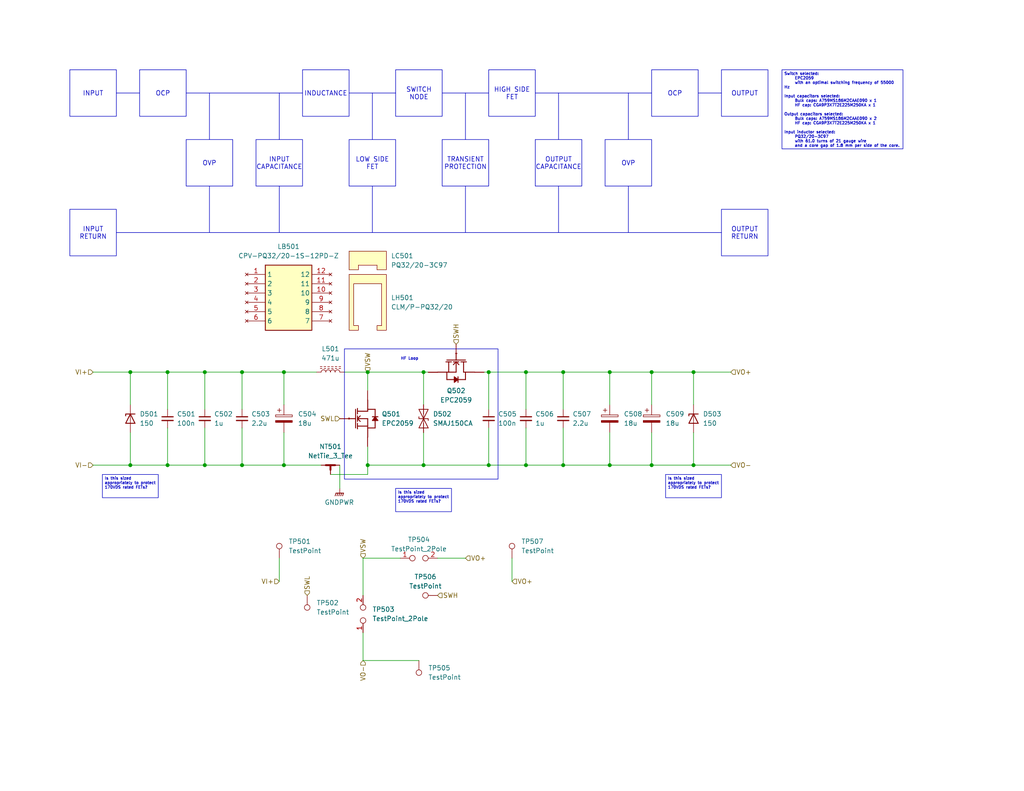
<source format=kicad_sch>
(kicad_sch (version 20231120) (generator "eeschema") (generator_version "8.0")
  (paper "USLetter")
  (title_block (title "Mighty MPPT") (date "2024-08-31") (rev "v0.1.0rc") (comment 1 "Matthew Yu") (comment 2 "Jacob Pustilnik"))
  (lib_symbols
    (symbol "Connector:TestPoint" (pin_numbers hide) (pin_names (offset 0.762) hide)
      (property "Reference" "TP" (at 0 6.858 0))
      (property "Value" "TestPoint" (at 0 5.08 0))
      (symbol "TestPoint_0_1"
        (circle (center 0 3.302) (radius 0.762))
      )
      (symbol "TestPoint_1_1"
        (pin passive line (at 0 0 90) (length 2.54) (name "1") (number "1"))
      )
    )
    (symbol "Connector:TestPoint_2Pole" (pin_names (offset 0.762) hide)
      (property "Reference" "TP" (at 0 1.524 0))
      (property "Value" "TestPoint_2Pole" (at 0 -1.778 0))
      (symbol "TestPoint_2Pole_0_1"
        (circle (center -1.778 0) (radius 0.762))
        (circle (center 1.778 0) (radius 0.762))
        (pin passive line (at -5.08 0 0) (length 2.54) (name "1") (number "1"))
        (pin passive line (at 5.08 0 180) (length 2.54) (name "2") (number "2"))
      )
    )
    (symbol "Device:C_Polarized" (pin_numbers hide) (pin_names (offset 0.254))
      (property "Reference" "C" (at 0.635 2.54 0))
      (property "Value" "C_Polarized" (at 0.635 -2.54 0))
      (symbol "C_Polarized_0_1"
        (rectangle (start -2.286 0.508) (end 2.286 1.016))
        (polyline (pts (xy -1.778 2.286) (xy -0.762 2.286)))
        (polyline (pts (xy -1.27 2.794) (xy -1.27 1.778)))
        (rectangle (start 2.286 -0.508) (end -2.286 -1.016) (fill (type outline)))
      )
      (symbol "C_Polarized_1_1"
        (pin passive line (at 0 3.81 270) (length 2.794) (name "~") (number "1"))
        (pin passive line (at 0 -3.81 90) (length 2.794) (name "~") (number "2"))
      )
    )
    (symbol "Device:C_Small" (pin_numbers hide) (pin_names (offset 0.254) hide)
      (property "Reference" "C" (at 0.254 1.778 0))
      (property "Value" "C_Small" (at 0.254 -2.032 0))
      (symbol "C_Small_0_1"
        (polyline (pts (xy -1.524 -0.508) (xy 1.524 -0.508)) (stroke (width 0.3302)))
        (polyline (pts (xy -1.524 0.508) (xy 1.524 0.508)) (stroke (width 0.3048)))
      )
      (symbol "C_Small_1_1"
        (pin passive line (at 0 2.54 270) (length 2.032) (name "~") (number "1"))
        (pin passive line (at 0 -2.54 90) (length 2.032) (name "~") (number "2"))
      )
    )
    (symbol "Device:D_Zener" (pin_numbers hide) (pin_names (offset 1.016) hide)
      (property "Reference" "D" (at 0 2.54 0))
      (property "Value" "D_Zener" (at 0 -2.54 0))
      (symbol "D_Zener_0_1"
        (polyline (pts (xy 1.27 0) (xy -1.27 0)))
        (polyline (pts (xy -1.27 -1.27) (xy -1.27 1.27) (xy -0.762 1.27)) (stroke (width 0.254)))
        (polyline (pts (xy 1.27 -1.27) (xy 1.27 1.27) (xy -1.27 0) (xy 1.27 -1.27)) (stroke (width 0.254)))
      )
      (symbol "D_Zener_1_1"
        (pin passive line (at -3.81 0 0) (length 2.54) (name "K") (number "1"))
        (pin passive line (at 3.81 0 180) (length 2.54) (name "A") (number "2"))
      )
    )
    (symbol "Device:L_Ferrite" (pin_numbers hide) (pin_names (offset 1.016) hide)
      (property "Reference" "L" (at -1.27 0 90))
      (property "Value" "L_Ferrite" (at 2.794 0 90))
      (symbol "L_Ferrite_0_1"
        (arc (start 0 -2.54) (mid 0.6323 -1.905) (end 0 -1.27))
        (arc (start 0 -1.27) (mid 0.6323 -0.635) (end 0 0))
        (polyline (pts (xy 1.016 -2.794) (xy 1.016 -2.286)))
        (polyline (pts (xy 1.016 -1.778) (xy 1.016 -1.27)))
        (polyline (pts (xy 1.016 -0.762) (xy 1.016 -0.254)))
        (polyline (pts (xy 1.016 0.254) (xy 1.016 0.762)))
        (polyline (pts (xy 1.016 1.27) (xy 1.016 1.778)))
        (polyline (pts (xy 1.016 2.286) (xy 1.016 2.794)))
        (polyline (pts (xy 1.524 -2.286) (xy 1.524 -2.794)))
        (polyline (pts (xy 1.524 -1.27) (xy 1.524 -1.778)))
        (polyline (pts (xy 1.524 -0.254) (xy 1.524 -0.762)))
        (polyline (pts (xy 1.524 0.762) (xy 1.524 0.254)))
        (polyline (pts (xy 1.524 1.778) (xy 1.524 1.27)))
        (polyline (pts (xy 1.524 2.794) (xy 1.524 2.286)))
        (arc (start 0 0) (mid 0.6323 0.635) (end 0 1.27))
        (arc (start 0 1.27) (mid 0.6323 1.905) (end 0 2.54))
      )
      (symbol "L_Ferrite_1_1"
        (pin passive line (at 0 3.81 270) (length 1.27) (name "1") (number "1"))
        (pin passive line (at 0 -3.81 90) (length 1.27) (name "2") (number "2"))
      )
    )
    (symbol "Device:NetTie_3_Tee" (pin_numbers hide) (pin_names (offset 0) hide) (in_bom no)
      (property "Reference" "NT" (at 0 3.175 0))
      (property "Value" "NetTie_3_Tee" (at 0 1.27 0))
      (symbol "NetTie_3_Tee_0_1"
        (polyline (pts (xy -1.27 0) (xy 1.27 0)) (stroke (width 0.254)))
        (polyline (pts (xy -1.27 0) (xy 1.27 0)) (stroke (width 0.508)))
        (polyline (pts (xy 0 -2.54) (xy 0 -2.54)) (stroke (width 0.254)))
        (polyline (pts (xy 0 -1.27) (xy 0 0)) (stroke (width 0.508)))
      )
      (symbol "NetTie_3_Tee_1_1"
        (pin passive line (at -2.54 0 0) (length 2.54) (name "1") (number "1"))
        (pin passive line (at 2.54 0 180) (length 2.54) (name "2") (number "2"))
        (pin passive line (at 0 -2.54 90) (length 2.54) (name "3") (number "3"))
      )
    )
    (symbol "Diode:SMAJ150CA" (pin_numbers hide) (pin_names (offset 1.016) hide)
      (property "Reference" "D" (at 0 2.54 0))
      (property "Value" "SMAJ150CA" (at 0 -2.54 0))
      (symbol "SMAJ150CA_0_1"
        (polyline (pts (xy 1.27 0) (xy -1.27 0)))
        (polyline (pts (xy -2.54 -1.27) (xy 0 0) (xy -2.54 1.27) (xy -2.54 -1.27)) (stroke (width 0.2032)))
        (polyline (pts (xy 0.508 1.27) (xy 0 1.27) (xy 0 -1.27) (xy -0.508 -1.27)) (stroke (width 0.2032)))
        (polyline (pts (xy 2.54 1.27) (xy 2.54 -1.27) (xy 0 0) (xy 2.54 1.27)) (stroke (width 0.2032)))
      )
      (symbol "SMAJ150CA_1_1"
        (pin passive line (at -3.81 0 0) (length 2.54) (name "A1") (number "1"))
        (pin passive line (at 3.81 0 180) (length 2.54) (name "A2") (number "2"))
      )
    )
    (symbol "epc_EPC2059:EPC2059"
      (property "Reference" "Q" (at 3.5052 1.8796 0))
      (property "Value" "EPC2059" (at 7.2136 -0.1016 0))
      (symbol "EPC2059_1_0"
        (arc (start -5.0996 0.2128) (mid -5.1039 0.0331) (end -5.1019 -0.1467) (stroke (width 0.254)))
        (polyline (pts (xy -5.08 0) (xy -3.302 0)) (stroke (width 0.254)))
        (polyline (pts (xy -3.302 2.54) (xy -3.302 -2.54)) (stroke (width 0.254)))
        (polyline (pts (xy -2.794 -2.794) (xy -2.794 -1.27)) (stroke (width 0.254)))
        (polyline (pts (xy -2.794 -2.032) (xy 0 -2.032)) (stroke (width 0.254)))
        (polyline (pts (xy -2.794 -0.762) (xy -2.794 0.762)) (stroke (width 0.254)))
        (polyline (pts (xy -2.794 0) (xy -2.032 0.762)) (stroke (width 0.254)))
        (polyline (pts (xy -2.794 0) (xy 0 0)) (stroke (width 0.254)))
        (polyline (pts (xy -2.794 1.27) (xy -2.794 2.794)) (stroke (width 0.254)))
        (polyline (pts (xy -2.032 -0.762) (xy -2.794 0)) (stroke (width 0.254)))
        (polyline (pts (xy 0 -2.54) (xy 2.032 -2.54)) (stroke (width 0.254)))
        (polyline (pts (xy 0 0) (xy 0 -5.08)) (stroke (width 0.254)))
        (polyline (pts (xy 0 2.032) (xy -2.794 2.032)) (stroke (width 0.254)))
        (polyline (pts (xy 0 2.032) (xy 0 5.08)) (stroke (width 0.254)))
        (polyline (pts (xy 0 2.54) (xy 2.032 2.54)) (stroke (width 0.254)))
        (polyline (pts (xy 2.032 -0.508) (xy 2.032 -2.54)) (stroke (width 0.254)))
        (polyline (pts (xy 2.032 2.54) (xy 2.032 0.508)) (stroke (width 0.254)))
        (polyline (pts (xy 2.794 0.508) (xy 1.27 0.508)) (stroke (width 0.254)))
        (polyline (pts (xy 2.032 0.508) (xy 1.27 -0.508) (xy 2.794 -0.508) (xy 2.032 0.508)) (stroke (width 0.254)) (fill (type outline)))
        (pin passive line (at -7.62 0 0) (length 2.54) (name "G") (number "1"))
        (pin passive line (at 0 -7.62 90) (length 2.54) (name "S") (number "2"))
        (pin passive line (at 0 7.62 270) (length 2.54) (name "D") (number "3"))
        (pin passive line (at 0 -7.62 90) (length 2.54) (name "S") (number "4"))
        (pin passive line (at 0 7.62 270) (length 2.54) (name "D") (number "5"))
        (pin passive line (at 0 -7.62 90) (length 2.54) (name "S") (number "6"))
      )
    )
    (symbol "ferroxcube_PQ32_20_3C97:CLM/P-PQ32/30" (on_board no)
      (property "Reference" "LH" (at 0 2.032 0))
      (property "Value" "CLM/P-PQ32/20" (at 0 0 0))
      (symbol "CLM/P-PQ32/30_1_1"
        (polyline (pts (xy -5.08 -2.54) (xy 5.08 -2.54) (xy 5.08 -17.78) (xy 2.54 -17.78) (xy 2.54 -16.51) (xy 3.81 -16.51) (xy 3.81 -5.08) (xy -3.81 -5.08) (xy -3.81 -16.51) (xy -2.54 -16.51) (xy -2.54 -17.78) (xy -5.08 -17.78) (xy -5.08 -2.54)) (fill (type background)))
      )
    )
    (symbol "ferroxcube_PQ32_20_3C97:CPV-PQ32/20-1S-12P-Z"
      (property "Reference" "LB" (at 4.572 7.366 0))
      (property "Value" "CPV-PQ32/20-1S-12PD-Z" (at 4.572 4.826 0))
      (symbol "CPV-PQ32/20-1S-12P-Z_1_1"
        (rectangle (start 5.08 2.54) (end 17.78 -15.24) (stroke (width 0.254)) (fill (type background)))
        (pin no_connect line (at 0 0 0) (length 5.08) (name "1") (number "1"))
        (pin no_connect line (at 22.86 -5.08 180) (length 5.08) (name "10") (number "10"))
        (pin no_connect line (at 22.86 -2.54 180) (length 5.08) (name "11") (number "11"))
        (pin no_connect line (at 22.86 0 180) (length 5.08) (name "12") (number "12"))
        (pin no_connect line (at 0 -2.54 0) (length 5.08) (name "2") (number "2"))
        (pin no_connect line (at 0 -5.08 0) (length 5.08) (name "3") (number "3"))
        (pin no_connect line (at 0 -7.62 0) (length 5.08) (name "4") (number "4"))
        (pin no_connect line (at 0 -10.16 0) (length 5.08) (name "5") (number "5"))
        (pin no_connect line (at 0 -12.7 0) (length 5.08) (name "6") (number "6"))
        (pin no_connect line (at 22.86 -12.7 180) (length 5.08) (name "7") (number "7"))
        (pin no_connect line (at 22.86 -10.16 180) (length 5.08) (name "8") (number "8"))
        (pin no_connect line (at 22.86 -7.62 180) (length 5.08) (name "9") (number "9"))
      )
    )
    (symbol "ferroxcube_PQ32_20_3C97:PQ32/20-3C97" (on_board no)
      (property "Reference" "LC" (at 0 2.032 0))
      (property "Value" "PQ32/20-3C97 " (at 0 0 0))
      (symbol "PQ32/20-3C97_0_1"
        (polyline (pts (xy -5.08 -1.27) (xy 5.08 -1.27) (xy 5.08 -6.35) (xy 2.54 -6.35) (xy 2.54 -5.08) (xy -2.54 -5.08) (xy -2.54 -6.35) (xy -5.08 -6.35) (xy -5.08 -1.27)) (fill (type background)))
      )
    )
    (symbol "power:GNDPWR" (power) (pin_numbers hide) (pin_names (offset 0) hide)
      (property "Value" "GNDPWR" (at 0 -3.302 0))
      (symbol "GNDPWR_0_1"
        (polyline (pts (xy 0 -1.27) (xy 0 0)))
        (polyline (pts (xy -1.016 -1.27) (xy -1.27 -2.032) (xy -1.27 -2.032)) (stroke (width 0.2032)))
        (polyline (pts (xy -0.508 -1.27) (xy -0.762 -2.032) (xy -0.762 -2.032)) (stroke (width 0.2032)))
        (polyline (pts (xy 0 -1.27) (xy -0.254 -2.032) (xy -0.254 -2.032)) (stroke (width 0.2032)))
        (polyline (pts (xy 0.508 -1.27) (xy 0.254 -2.032) (xy 0.254 -2.032)) (stroke (width 0.2032)))
        (polyline (pts (xy 1.016 -1.27) (xy -1.016 -1.27) (xy -1.016 -1.27)) (stroke (width 0.2032)))
        (polyline (pts (xy 1.016 -1.27) (xy 0.762 -2.032) (xy 0.762 -2.032) (xy 0.762 -2.032)) (stroke (width 0.2032)))
      )
      (symbol "GNDPWR_1_1"
        (pin power_in line (at 0 0 270) (length 0) (name "~") (number "1"))
      )
    )
  )
  (junction (at 153.67 101.6))
  (junction (at 133.35 127))
  (junction (at 100.33 101.6))
  (junction (at 177.8 127))
  (junction (at 77.47 101.6))
  (junction (at 100.33 127))
  (junction (at 143.51 127))
  (junction (at 35.56 101.6))
  (junction (at 133.35 101.6))
  (junction (at 189.23 127))
  (junction (at 115.57 127))
  (junction (at 55.88 127))
  (junction (at 115.57 101.6))
  (junction (at 66.04 127))
  (junction (at 143.51 101.6))
  (junction (at 55.88 101.6))
  (junction (at 35.56 127))
  (junction (at 177.8 101.6))
  (junction (at 166.37 101.6))
  (junction (at 166.37 127))
  (junction (at 153.67 127))
  (junction (at 66.04 101.6))
  (junction (at 189.23 101.6))
  (junction (at 77.47 127))
  (junction (at 45.72 101.6))
  (junction (at 45.72 127))
  (polyline (pts (xy 120.65 25.4) (xy 133.35 25.4)))
  (wire (pts (xy 92.71 127) (xy 92.71 133.35)))
  (wire (pts (xy 99.06 152.4) (xy 99.06 162.56)))
  (wire (pts (xy 76.2 152.4) (xy 76.2 158.75)))
  (wire (pts (xy 115.57 101.6) (xy 115.57 110.49)))
  (polyline (pts (xy 44.45 25.0858) (xy 44.4662 25.0858)))
  (polyline (pts (xy 57.15 50.8) (xy 57.15 63.5)))
  (polyline (pts (xy 190.5 25.4) (xy 196.85 25.4)))
  (wire (pts (xy 189.23 101.6) (xy 189.23 110.49)))
  (wire (pts (xy 66.04 116.84) (xy 66.04 127)))
  (wire (pts (xy 45.72 127) (xy 55.88 127)))
  (wire (pts (xy 90.17 129.54) (xy 100.33 129.54)))
  (wire (pts (xy 139.7 152.4) (xy 139.7 158.75)))
  (wire (pts (xy 100.33 101.6) (xy 115.57 101.6)))
  (wire (pts (xy 153.67 116.84) (xy 153.67 127)))
  (polyline (pts (xy 171.45 25.4) (xy 171.45 38.1)))
  (polyline (pts (xy 146.05 25.4) (xy 177.8 25.4)))
  (wire (pts (xy 133.35 101.6) (xy 143.51 101.6)))
  (polyline (pts (xy 101.6 50.8) (xy 101.6 63.5)))
  (wire (pts (xy 25.4 101.6) (xy 35.56 101.6)))
  (polyline (pts (xy 127 25.4) (xy 127 38.1)))
  (wire (pts (xy 143.51 111.76) (xy 143.51 101.6)))
  (wire (pts (xy 100.33 127) (xy 115.57 127)))
  (wire (pts (xy 100.33 106.68) (xy 100.33 101.6)))
  (wire (pts (xy 66.04 101.6) (xy 66.04 111.76)))
  (wire (pts (xy 153.67 127) (xy 166.37 127)))
  (wire (pts (xy 115.57 127) (xy 133.35 127)))
  (wire (pts (xy 166.37 110.49) (xy 166.37 101.6)))
  (polyline (pts (xy 31.75 25.4) (xy 38.1 25.4)))
  (wire (pts (xy 99.06 172.72) (xy 99.06 180.34)))
  (wire (pts (xy 166.37 127) (xy 177.8 127)))
  (wire (pts (xy 143.51 127) (xy 153.67 127)))
  (wire (pts (xy 55.88 101.6) (xy 55.88 111.76)))
  (wire (pts (xy 153.67 101.6) (xy 153.67 111.76)))
  (wire (pts (xy 77.47 127) (xy 87.63 127)))
  (wire (pts (xy 115.57 118.11) (xy 115.57 127)))
  (wire (pts (xy 189.23 127) (xy 189.23 118.11)))
  (polyline (pts (xy 152.4 25.4) (xy 152.4 38.1)))
  (wire (pts (xy 133.35 127) (xy 143.51 127)))
  (wire (pts (xy 77.47 118.11) (xy 77.47 127)))
  (wire (pts (xy 99.06 152.4) (xy 109.22 152.4)))
  (wire (pts (xy 77.47 110.49) (xy 77.47 101.6)))
  (polyline (pts (xy 171.45 50.8) (xy 171.45 63.5)))
  (wire (pts (xy 55.88 101.6) (xy 45.72 101.6)))
  (wire (pts (xy 132.08 101.6) (xy 133.35 101.6)))
  (wire (pts (xy 143.51 116.84) (xy 143.51 127)))
  (wire (pts (xy 100.33 129.54) (xy 100.33 127)))
  (wire (pts (xy 166.37 101.6) (xy 177.8 101.6)))
  (wire (pts (xy 55.88 116.84) (xy 55.88 127)))
  (wire (pts (xy 177.8 101.6) (xy 189.23 101.6)))
  (polyline (pts (xy 101.6 25.4) (xy 101.6 38.1)))
  (wire (pts (xy 143.51 101.6) (xy 153.67 101.6)))
  (polyline (pts (xy 76.2 50.8) (xy 76.2 63.5)))
  (polyline (pts (xy 57.15 25.4) (xy 57.15 38.1)))
  (wire (pts (xy 35.56 127) (xy 45.72 127)))
  (wire (pts (xy 99.06 180.34) (xy 114.3 180.34)))
  (wire (pts (xy 177.8 127) (xy 189.23 127)))
  (wire (pts (xy 133.35 101.6) (xy 133.35 111.76)))
  (wire (pts (xy 93.98 101.6) (xy 100.33 101.6)))
  (wire (pts (xy 177.8 118.11) (xy 177.8 127)))
  (wire (pts (xy 45.72 101.6) (xy 35.56 101.6)))
  (polyline (pts (xy 31.75 63.5) (xy 196.85 63.5)))
  (wire (pts (xy 55.88 127) (xy 66.04 127)))
  (wire (pts (xy 66.04 127) (xy 77.47 127)))
  (wire (pts (xy 66.04 101.6) (xy 77.47 101.6)))
  (wire (pts (xy 45.72 116.84) (xy 45.72 127)))
  (wire (pts (xy 133.35 116.84) (xy 133.35 127)))
  (wire (pts (xy 25.4 127) (xy 35.56 127)))
  (polyline (pts (xy 76.2 25.4) (xy 76.2 38.1)))
  (polyline (pts (xy 152.4 50.8) (xy 152.4 63.5)))
  (wire (pts (xy 45.72 101.6) (xy 45.72 111.76)))
  (wire (pts (xy 35.56 118.11) (xy 35.56 127)))
  (polyline (pts (xy 95.25 25.4) (xy 107.95 25.4)))
  (wire (pts (xy 55.88 101.6) (xy 66.04 101.6)))
  (wire (pts (xy 100.33 121.92) (xy 100.33 127)))
  (wire (pts (xy 153.67 101.6) (xy 166.37 101.6)))
  (polyline (pts (xy 127 50.8) (xy 127 63.5)))
  (wire (pts (xy 127 152.4) (xy 119.38 152.4)))
  (wire (pts (xy 116.84 101.6) (xy 115.57 101.6)))
  (wire (pts (xy 77.47 101.6) (xy 86.36 101.6)))
  (wire (pts (xy 189.23 127) (xy 199.39 127)))
  (wire (pts (xy 35.56 101.6) (xy 35.56 110.49)))
  (wire (pts (xy 199.39 101.6) (xy 189.23 101.6)))
  (wire (pts (xy 177.8 110.49) (xy 177.8 101.6)))
  (wire (pts (xy 166.37 118.11) (xy 166.37 127)))
  (polyline (pts (xy 50.8 25.4) (xy 82.55 25.4)))
  (rectangle (start 93.98 95.25) (end 135.89 130.81))
  (text_box "TRANSIENT PROTECTION" (at 120.65 38.1 0) (size 12.7 12.7) (effects (font (size 1.27 1.27))))
  (text_box "HIGH SIDE FET" (at 133.35 19.05 0) (size 12.7 12.7) (effects (font (size 1.27 1.27))))
  (text_box "SWITCH NODE" (at 107.95 19.05 0) (size 12.7 12.7) (effects (font (size 1.27 1.27))))
  (text_box "LOW SIDE FET" (at 95.25 38.1 0) (size 12.7 12.7) (effects (font (size 1.27 1.27))))
  (text_box "OUTPUT CAPACITANCE" (at 146.05 38.1 0) (size 12.7 12.7) (effects (font (size 1.27 1.27))))
  (text_box "OUTPUT\nRETURN" (at 196.85 57.15 0) (size 12.7 12.7) (effects (font (size 1.27 1.27))))
  (text_box "Switch selected:\n	EPC2059\n	with an optimal switching frequency of 55000 Hz\n\nInput capacitors selected:\n	Bulk caps: A759MS186M2CAAE090 x 1\n	HF cap: CGA9P3X7T2E225M250KA x 1\n\nOutput capacitors selected:\n	Bulk caps: A759MS186M2CAAE090 x 2\n	HF cap: CGA9P3X7T2E225M250KA x 1\n\nInput inductor selected:\n	PQ32/20-3C97\n	with 61.0 turns of 21 gauge wire\n	and a core gap of 1.8 mm per side of the core." (at 213.36 19.05 0) (size 33.02 21.59) (effects (font (size 0.762 0.762)) (justify left top)))
  (text_box "INPUT CAPACITANCE" (at 69.85 38.1 0) (size 12.7 12.7) (effects (font (size 1.27 1.27))))
  (text_box "OVP" (at 50.8 38.1 0) (size 12.7 12.7) (effects (font (size 1.27 1.27))))
  (text_box "OCP" (at 177.8 19.05 0) (size 12.7 12.7) (effects (font (size 1.27 1.27))))
  (text_box "INPUT" (at 19.05 19.05 0) (size 12.7 12.7) (effects (font (size 1.27 1.27))))
  (text_box "Is this sized appropriately to protect 170VDS rated FETs?" (at 107.95 133.35 0) (size 15.24 6.35) (effects (font (size 0.762 0.762)) (justify left top)))
  (text_box "Is this sized appropriately to protect 170VDS rated FETs?" (at 27.94 129.54 0) (size 15.24 6.35) (effects (font (size 0.762 0.762)) (justify left top)))
  (text_box "OVP" (at 165.1 38.1 0) (size 12.7 12.7) (effects (font (size 1.27 1.27))))
  (text_box "OCP" (at 38.1 19.05 0) (size 12.7 12.7) (effects (font (size 1.27 1.27))))
  (text_box "INDUCTANCE" (at 82.55 19.05 0) (size 12.7 12.7) (effects (font (size 1.27 1.27))))
  (text_box "Is this sized appropriately to protect 170VDS rated FETs?" (at 181.61 129.54 0) (size 15.24 6.35) (effects (font (size 0.762 0.762)) (justify left top)))
  (text_box "OUTPUT" (at 196.85 19.05 0) (size 12.7 12.7) (effects (font (size 1.27 1.27))))
  (text_box "INPUT\nRETURN" (at 19.05 57.15 0) (size 12.7 12.7) (effects (font (size 1.27 1.27))))
  (text "HF Loop\n" (at 111.76 98.044 0) (effects (font (size 0.762 0.762))))
  (hierarchical_label "VI-" (shape input) (at 25.4 127 180))
  (hierarchical_label "VO+" (shape input) (at 139.7 158.75 0))
  (hierarchical_label "SWH" (shape input) (at 124.46 93.98 90))
  (hierarchical_label "VO-" (shape input) (at 199.39 127 0))
  (hierarchical_label "SWL" (shape input) (at 83.82 162.56 90))
  (hierarchical_label "VI+" (shape input) (at 25.4 101.6 180))
  (hierarchical_label "VSW" (shape input) (at 99.06 152.4 90))
  (hierarchical_label "SWL" (shape input) (at 92.71 114.3 180))
  (hierarchical_label "VI+" (shape input) (at 76.2 158.75 180))
  (hierarchical_label "VO+" (shape input) (at 127 152.4 0))
  (hierarchical_label "VO-" (shape input) (at 99.06 180.34 270))
  (hierarchical_label "SWH" (shape input) (at 119.38 162.56 0))
  (hierarchical_label "VO+" (shape input) (at 199.39 101.6 0))
  (hierarchical_label "VSW" (shape input) (at 100.33 101.6 90))
  (symbol (lib_id "Connector:TestPoint") (at 119.38 162.56 90) (mirror x) (unit 1)
    (property "Reference" "TP506" (at 116.078 157.48 90))
    (property "Value" "TestPoint" (at 116.078 160.02 90))
    (property "Footprint" "TestPoint:TestPoint_Keystone_5000-5004_Miniature" (effects (hide yes)))
    (property "Datasheet" "https://www.keyelco.com/userAssets/file/M65p56.pdf" (effects (hide yes)))
    (property "Description" "test point" (effects (hide yes)))
    (property "Manufacturer" "Keystone Electronics" (effects (hide yes)))
    (property "P/N" "5000" (effects (hide yes)))
  )
  (symbol (lib_id "Connector:TestPoint_2Pole") (at 114.3 152.4 0) (unit 1)
    (property "Reference" "TP504" (at 114.3 147.32 0))
    (property "Value" "TestPoint_2Pole" (at 114.3 149.86 0))
    (property "Footprint" "TestPoint:TestPoint_2Pads_Pitch2.54mm_Drill0.8mm" (effects (hide yes)))
    (property "Description" "2-polar test point" (effects (hide yes)))
  )
  (symbol (lib_id "Connector:TestPoint") (at 83.82 162.56 180) (unit 1)
    (property "Reference" "TP502" (at 86.36 164.5919 0) (effects (justify right)))
    (property "Value" "TestPoint" (at 86.36 167.1319 0) (effects (justify right)))
    (property "Footprint" "TestPoint:TestPoint_Keystone_5000-5004_Miniature" (effects (hide yes)))
    (property "Datasheet" "https://www.keyelco.com/userAssets/file/M65p56.pdf" (effects (hide yes)))
    (property "Description" "test point" (effects (hide yes)))
    (property "Manufacturer" "Keystone Electronics" (effects (hide yes)))
    (property "P/N" "5000" (effects (hide yes)))
  )
  (symbol (lib_id "Device:C_Polarized") (at 177.8 114.3 0) (unit 1)
    (property "Reference" "C509" (at 181.61 113.03 0) (effects (justify left)))
    (property "Value" "18u" (at 181.61 115.57 0) (effects (justify left)))
    (property "Footprint" "Capacitor_THT:C_Radial_D10.0mm_H16.0mm_P5.00mm" (effects (hide yes)))
    (property "Datasheet" "https://search.kemet.com/download/datasheet/A759MS186M2CAAE090" (effects (hide yes)))
    (property "Description" "Polarized capacitor" (effects (hide yes)))
    (property "Manufacturer" "KEMET" (effects (hide yes)))
    (property "P/N" "A759MS186M2CAAE090" (effects (hide yes)))
    (property "Notes" "150V Rating" (effects (hide yes)))
  )
  (symbol (lib_id "Connector:TestPoint_2Pole") (at 99.06 167.64 90) (unit 1)
    (property "Reference" "TP503" (at 101.6 166.3699 90) (effects (justify right)))
    (property "Value" "TestPoint_2Pole" (at 101.6 168.9099 90) (effects (justify right)))
    (property "Footprint" "TestPoint:TestPoint_2Pads_Pitch2.54mm_Drill0.8mm" (effects (hide yes)))
    (property "Description" "2-polar test point" (effects (hide yes)))
  )
  (symbol (lib_id "ferroxcube_PQ32_20_3C97:CPV-PQ32/20-1S-12P-Z") (at 67.31 74.93 0) (unit 1)
    (property "Reference" "LB501" (at 78.74 67.31 0))
    (property "Value" "CPV-PQ32/20-1S-12PD-Z" (at 78.74 69.85 0))
    (property "Footprint" "footprints:ferroxcube_CPV-PQ32_20-1S-12P-Z" (effects (hide yes)))
    (property "Datasheet" "https://www.ferroxcube.com/upload/media/product/file/Pr_ds/PQ32_20.pdf" (effects (hide yes)))
    (property "Description" "COIL FORMER VERTICAL" (effects (hide yes)))
    (property "Manufacturer" "Ferroxcube" (effects (hide yes)))
    (property "P/N" "CPV-PQ32/20-1S-12PD-Z" (effects (hide yes)))
  )
  (symbol (lib_id "Device:C_Polarized") (at 77.47 114.3 0) (unit 1)
    (property "Reference" "C504" (at 81.28 113.03 0) (effects (justify left)))
    (property "Value" "18u" (at 81.28 115.57 0) (effects (justify left)))
    (property "Footprint" "Capacitor_THT:C_Radial_D10.0mm_H16.0mm_P5.00mm" (effects (hide yes)))
    (property "Datasheet" "https://search.kemet.com/download/datasheet/A759MS186M2CAAE090" (effects (hide yes)))
    (property "Description" "Polarized capacitor" (effects (hide yes)))
    (property "Manufacturer" "KEMET" (effects (hide yes)))
    (property "P/N" "A759MS186M2CAAE090" (effects (hide yes)))
    (property "Notes" "150V Rating" (effects (hide yes)))
  )
  (symbol (lib_id "Device:L_Ferrite") (at 90.17 101.6 90) (unit 1)
    (property "Reference" "L501" (at 90.17 95.25 90))
    (property "Value" "471u" (at 90.17 97.79 90))
    (property "Footprint" "footprints:ferroxcube_PQ32_20_3C97_wire" (effects (hide yes)))
    (property "Datasheet" "https://mm.digikey.com/Volume0/opasdata/d220001/medias/docus/56/PolyurethaneMagnetWireDataSheet.pdf" (effects (hide yes)))
    (property "Description" "Inductor with ferrite core" (effects (hide yes)))
    (property "Distributor" "Remington Industries" (effects (hide yes)))
    (property "Manufacturer" "Remington Industries" (effects (hide yes)))
    (property "P/N" "21SNSP" (effects (hide yes)))
  )
  (symbol (lib_id "Device:C_Small") (at 45.72 114.3 0) (unit 1)
    (property "Reference" "C501" (at 48.26 113.0362 0) (effects (justify left)))
    (property "Value" "100n" (at 48.26 115.5762 0) (effects (justify left)))
    (property "Footprint" "Capacitor_SMD:C_0805_2012Metric" (effects (hide yes)))
    (property "Datasheet" "https://product.tdk.com/en/search/capacitor/ceramic/mlcc/info?part_no=CGA4J3X7T2E104K125AA" (effects (hide yes)))
    (property "Description" "Unpolarized capacitor, small symbol" (effects (hide yes)))
    (property "Manufacturer" "TDK" (effects (hide yes)))
    (property "P/N" "CGA4J3X7T2E104K125AA " (effects (hide yes)))
    (property "Notes" "200V Rating" (effects (hide yes)))
  )
  (symbol (lib_id "Device:C_Small") (at 153.67 114.3 0) (unit 1)
    (property "Reference" "C507" (at 156.21 113.0362 0) (effects (justify left)))
    (property "Value" "2.2u" (at 156.21 115.5762 0) (effects (justify left)))
    (property "Footprint" "Capacitor_SMD:C_2220_5750Metric" (effects (hide yes)))
    (property "Datasheet" "https://product.tdk.com/en/search/capacitor/ceramic/mlcc/info?part_no=CGA9P3X7T2E225K250KA" (effects (hide yes)))
    (property "Description" "Unpolarized capacitor, small symbol" (effects (hide yes)))
    (property "Manufacturer" "TDK" (effects (hide yes)))
    (property "P/N" "CGA9P3X7T2E225K250KA " (effects (hide yes)))
    (property "Notes" "200V Rating" (effects (hide yes)))
  )
  (symbol (lib_id "Device:C_Small") (at 133.35 114.3 0) (unit 1)
    (property "Reference" "C505" (at 135.89 113.0362 0) (effects (justify left)))
    (property "Value" "100n" (at 135.89 115.5762 0) (effects (justify left)))
    (property "Footprint" "Capacitor_SMD:C_0805_2012Metric" (effects (hide yes)))
    (property "Datasheet" "https://product.tdk.com/en/search/capacitor/ceramic/mlcc/info?part_no=CGA4J3X7T2E104K125AA" (effects (hide yes)))
    (property "Description" "Unpolarized capacitor, small symbol" (effects (hide yes)))
    (property "Manufacturer" "TDK" (effects (hide yes)))
    (property "P/N" "CGA4J3X7T2E104K125AA " (effects (hide yes)))
    (property "Notes" "200V Rating" (effects (hide yes)))
  )
  (symbol (lib_id "Connector:TestPoint") (at 76.2 152.4 0) (unit 1)
    (property "Reference" "TP501" (at 78.74 147.8279 0) (effects (justify left)))
    (property "Value" "TestPoint" (at 78.74 150.3679 0) (effects (justify left)))
    (property "Footprint" "TestPoint:TestPoint_Keystone_5000-5004_Miniature" (effects (hide yes)))
    (property "Datasheet" "https://www.keyelco.com/userAssets/file/M65p56.pdf" (effects (hide yes)))
    (property "Description" "test point" (effects (hide yes)))
    (property "Manufacturer" "Keystone Electronics" (effects (hide yes)))
    (property "P/N" "5000" (effects (hide yes)))
  )
  (symbol (lib_id "Device:NetTie_3_Tee") (at 90.17 127 0) (unit 1)
    (property "Reference" "NT501" (at 90.17 121.92 0))
    (property "Value" "NetTie_3_Tee" (at 90.17 124.46 0))
    (property "Footprint" "NetTie:NetTie-3_SMD_Pad2.0mm" (effects (hide yes)))
    (property "Description" "Net tie, 3 pins, tee" (effects (hide yes)))
  )
  (symbol (lib_id "power:GNDPWR") (at 92.71 133.35 0) (unit 1)
    (property "Reference" "#PWR0501" (effects (hide yes)))
    (property "Value" "GNDPWR" (at 92.583 137.16 0))
    (property "Description" "Power symbol creates a global label with name \"GNDPWR\" , global ground" (effects (hide yes)))
  )
  (symbol (lib_id "Connector:TestPoint") (at 114.3 180.34 180) (unit 1)
    (property "Reference" "TP505" (at 116.84 182.3719 0) (effects (justify right)))
    (property "Value" "TestPoint" (at 116.84 184.9119 0) (effects (justify right)))
    (property "Footprint" "TestPoint:TestPoint_Keystone_5000-5004_Miniature" (effects (hide yes)))
    (property "Datasheet" "https://www.keyelco.com/userAssets/file/M65p56.pdf" (effects (hide yes)))
    (property "Description" "test point" (effects (hide yes)))
    (property "Manufacturer" "Keystone Electronics" (effects (hide yes)))
    (property "P/N" "5000" (effects (hide yes)))
  )
  (symbol (lib_id "epc_EPC2059:EPC2059") (at 100.33 114.3 0) (unit 1)
    (property "Reference" "Q501" (at 104.14 113.0299 0) (effects (justify left)))
    (property "Value" "EPC2059" (at 104.14 115.5699 0) (effects (justify left)))
    (property "Footprint" "footprints:epc_EPC2059" (effects (hide yes)))
    (property "Datasheet" "https://epc-co.com/epc/Portals/0/epc/documents/datasheets/EPC2059_datasheet.pdf" (effects (hide yes)))
    (property "Description" "170V 25A 9mE" (effects (hide yes)))
    (property "Manufacturer" "EPC" (effects (hide yes)))
    (property "P/N" "EPC2059" (effects (hide yes)))
  )
  (symbol (lib_id "Device:C_Polarized") (at 166.37 114.3 0) (unit 1)
    (property "Reference" "C508" (at 170.18 113.03 0) (effects (justify left)))
    (property "Value" "18u" (at 170.18 115.57 0) (effects (justify left)))
    (property "Footprint" "Capacitor_THT:C_Radial_D10.0mm_H16.0mm_P5.00mm" (effects (hide yes)))
    (property "Datasheet" "https://search.kemet.com/download/datasheet/A759MS186M2CAAE090" (effects (hide yes)))
    (property "Description" "Polarized capacitor" (effects (hide yes)))
    (property "Manufacturer" "KEMET" (effects (hide yes)))
    (property "P/N" "A759MS186M2CAAE090" (effects (hide yes)))
    (property "Notes" "150V Rating" (effects (hide yes)))
  )
  (symbol (lib_id "Device:D_Zener") (at 189.23 114.3 90) (mirror x) (unit 1)
    (property "Reference" "D503" (at 191.77 113.0299 90) (effects (justify right)))
    (property "Value" "150" (at 191.77 115.5699 90) (effects (justify right)))
    (property "Footprint" "Diode_SMD:D_SMA" (effects (hide yes)))
    (property "Datasheet" "https://www.vishay.com/docs/86138/bzg03c-m-series.pdf" (effects (hide yes)))
    (property "Description" "Zener diode" (effects (hide yes)))
    (property "Manufacturer" "Vishay Electronics" (effects (hide yes)))
    (property "P/N" "BZG03C150-M3-08" (effects (hide yes)))
  )
  (symbol (lib_id "epc_EPC2059:EPC2059") (at 124.46 101.6 270) (unit 1)
    (property "Reference" "Q502" (at 124.46 106.68 90))
    (property "Value" "EPC2059" (at 124.46 109.22 90))
    (property "Footprint" "footprints:epc_EPC2059" (effects (hide yes)))
    (property "Datasheet" "https://epc-co.com/epc/Portals/0/epc/documents/datasheets/EPC2059_datasheet.pdf" (effects (hide yes)))
    (property "Description" "170V 25A 9mE" (effects (hide yes)))
    (property "Manufacturer" "EPC" (effects (hide yes)))
    (property "P/N" "EPC2059" (effects (hide yes)))
  )
  (symbol (lib_id "Connector:TestPoint") (at 139.7 152.4 0) (unit 1)
    (property "Reference" "TP507" (at 142.24 147.8279 0) (effects (justify left)))
    (property "Value" "TestPoint" (at 142.24 150.3679 0) (effects (justify left)))
    (property "Footprint" "TestPoint:TestPoint_Keystone_5000-5004_Miniature" (effects (hide yes)))
    (property "Datasheet" "https://www.keyelco.com/userAssets/file/M65p56.pdf" (effects (hide yes)))
    (property "Description" "test point" (effects (hide yes)))
    (property "Manufacturer" "Keystone Electronics" (effects (hide yes)))
    (property "P/N" "5000" (effects (hide yes)))
  )
  (symbol (lib_id "Diode:SMAJ150CA") (at 115.57 114.3 90) (unit 1)
    (property "Reference" "D502" (at 118.11 113.0299 90) (effects (justify right)))
    (property "Value" "SMAJ150CA" (at 118.11 115.5699 90) (effects (justify right)))
    (property "Footprint" "Diode_SMD:D_SMA" (effects (hide yes)))
    (property "Datasheet" "https://www.mouser.com/datasheet/2/115/DIOD_S_A0011538071_1-2543697.pdf" (effects (hide yes)))
    (property "Description" "400W bidirectional Transient Voltage Suppressor, 150.0Vr, SMA(DO-214AC)" (effects (hide yes)))
    (property "Manufacturer" "Diodes Incorporated" (effects (hide yes)))
    (property "P/N" " SMAJ150CA-13-F " (effects (hide yes)))
  )
  (symbol (lib_id "ferroxcube_PQ32_20_3C97:PQ32/20-3C97") (at 100.33 67.31 0) (unit 1) (on_board no)
    (property "Reference" "LC501" (at 106.68 69.8499 0) (effects (justify left)))
    (property "Value" "PQ32/20-3C97" (at 106.68 72.3899 0) (effects (justify left)))
    (property "Datasheet" "https://www.ferroxcube.com/upload/media/product/file/Pr_ds/PQ32_20.pdf" (effects (hide yes)))
    (property "Description" "FERRITE CORE PQ 3C97 2PC SET" (effects (hide yes)))
    (property "Manufacturer" "Ferroxcube" (effects (hide yes)))
    (property "P/N" "PQ32/20-3C97" (effects (hide yes)))
  )
  (symbol (lib_id "Device:C_Small") (at 55.88 114.3 0) (unit 1)
    (property "Reference" "C502" (at 58.42 113.0362 0) (effects (justify left)))
    (property "Value" "1u" (at 58.42 115.5762 0) (effects (justify left)))
    (property "Footprint" "Capacitor_SMD:C_2220_5750Metric" (effects (hide yes)))
    (property "Datasheet" "https://product.tdk.com/en/search/capacitor/ceramic/mlcc/info?part_no=CGA9N3X7R2E105K230KA" (effects (hide yes)))
    (property "Description" "Unpolarized capacitor, small symbol" (effects (hide yes)))
    (property "Manufacturer" "TDK" (effects (hide yes)))
    (property "P/N" "CGA9N3X7R2E105K230KA " (effects (hide yes)))
    (property "Notes" "200V Rating" (effects (hide yes)))
  )
  (symbol (lib_id "Device:C_Small") (at 66.04 114.3 0) (unit 1)
    (property "Reference" "C503" (at 68.58 113.0362 0) (effects (justify left)))
    (property "Value" "2.2u" (at 68.58 115.5762 0) (effects (justify left)))
    (property "Footprint" "Capacitor_SMD:C_2220_5750Metric" (effects (hide yes)))
    (property "Datasheet" "https://product.tdk.com/en/search/capacitor/ceramic/mlcc/info?part_no=CGA9P3X7T2E225K250KA" (effects (hide yes)))
    (property "Description" "Unpolarized capacitor, small symbol" (effects (hide yes)))
    (property "Manufacturer" "TDK" (effects (hide yes)))
    (property "P/N" "CGA9P3X7T2E225K250KA " (effects (hide yes)))
    (property "Notes" "200V Rating" (effects (hide yes)))
  )
  (symbol (lib_id "Device:C_Small") (at 143.51 114.3 0) (unit 1)
    (property "Reference" "C506" (at 146.05 113.0362 0) (effects (justify left)))
    (property "Value" "1u" (at 146.05 115.5762 0) (effects (justify left)))
    (property "Footprint" "Capacitor_SMD:C_2220_5750Metric" (effects (hide yes)))
    (property "Datasheet" "https://product.tdk.com/en/search/capacitor/ceramic/mlcc/info?part_no=CGA9N3X7R2E105K230KA" (effects (hide yes)))
    (property "Description" "Unpolarized capacitor, small symbol" (effects (hide yes)))
    (property "Manufacturer" "TDK" (effects (hide yes)))
    (property "P/N" "CGA9N3X7R2E105K230KA " (effects (hide yes)))
    (property "Notes" "200V Rating" (effects (hide yes)))
  )
  (symbol (lib_id "Device:D_Zener") (at 35.56 114.3 90) (mirror x) (unit 1)
    (property "Reference" "D501" (at 38.1 113.0299 90) (effects (justify right)))
    (property "Value" "150" (at 38.1 115.5699 90) (effects (justify right)))
    (property "Footprint" "Diode_SMD:D_SMA" (effects (hide yes)))
    (property "Datasheet" "https://www.vishay.com/docs/86138/bzg03c-m-series.pdf" (effects (hide yes)))
    (property "Description" "Zener diode" (effects (hide yes)))
    (property "Manufacturer" "Vishay Electronics" (effects (hide yes)))
    (property "P/N" "BZG03C150-M3-08" (effects (hide yes)))
  )
  (symbol (lib_id "ferroxcube_PQ32_20_3C97:CLM/P-PQ32/30") (at 100.33 72.39 0) (unit 1) (on_board no)
    (property "Reference" "LH501" (at 106.68 81.2799 0) (effects (justify left)))
    (property "Value" "CLM/P-PQ32/20" (at 106.68 83.8199 0) (effects (justify left)))
    (property "Datasheet" "https://www.ferroxcube.com/upload/media/product/file/Pr_ds/PQ32_20.pdf" (effects (hide yes)))
    (property "Description" "U SHAPED CLIP" (effects (hide yes)))
    (property "Manufacturer" "Ferroxcube" (effects (hide yes)))
    (property "P/N" "CLM/P-PQ32/20" (effects (hide yes)))
  )
)
</source>
